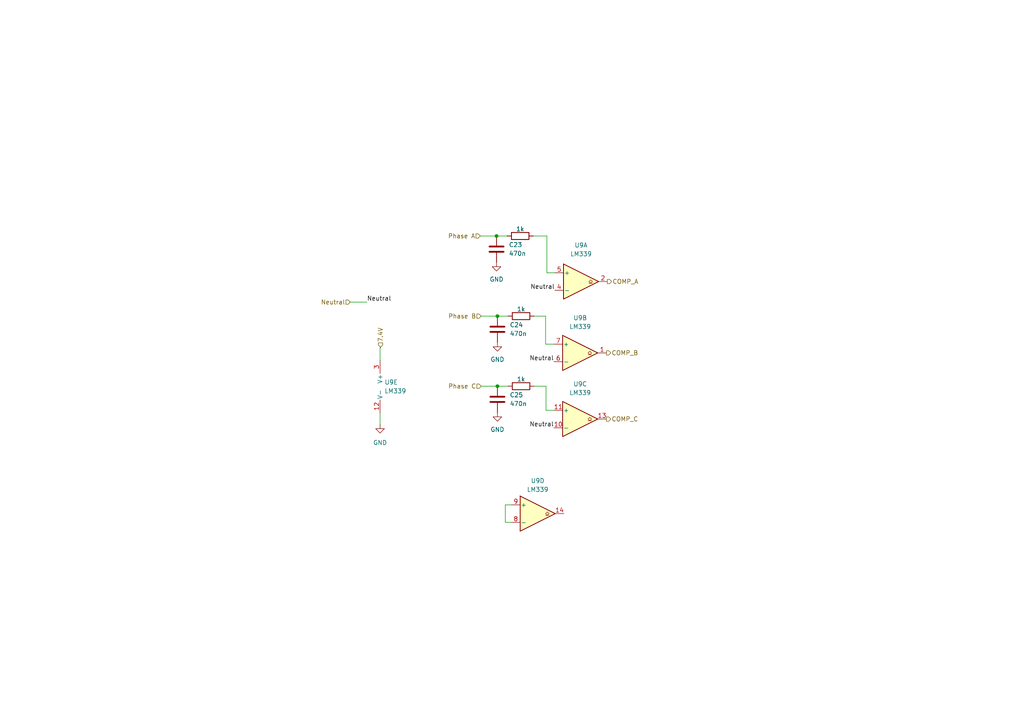
<source format=kicad_sch>
(kicad_sch (version 20230121) (generator eeschema)
  (paper "A4")
  (lib_symbols
    (symbol "Comparator:LM339" (pin_names (offset 0.127))
      (property "Reference" "U" (at 0 5.08 0))
      (property "Value" "LM339" (at 0 -5.08 0))
      (symbol "LM339_1_1"
        (polyline (pts (xy -5.08 5.08) (xy 5.08 0) (xy -5.08 -5.08) (xy -5.08 5.08)) (stroke (width 0.254)) (fill (type background)))
        (polyline (pts (xy 3.302 -0.508) (xy 2.794 -0.508) (xy 3.302 0) (xy 2.794 0.508) (xy 2.286 0) (xy 2.794 -0.508) (xy 2.286 -0.508)) (stroke (width 0.127)))
        (pin open_collector line (at 7.62 0 180) (length 2.54) (name "~") (number "2"))
        (pin input line (at -7.62 -2.54 0) (length 2.54) (name "-") (number "4"))
        (pin input line (at -7.62 2.54 0) (length 2.54) (name "+") (number "5"))
      )
      (symbol "LM339_2_1"
        (polyline (pts (xy -5.08 5.08) (xy 5.08 0) (xy -5.08 -5.08) (xy -5.08 5.08)) (stroke (width 0.254)) (fill (type background)))
        (polyline (pts (xy 3.302 -0.508) (xy 2.794 -0.508) (xy 3.302 0) (xy 2.794 0.508) (xy 2.286 0) (xy 2.794 -0.508) (xy 2.286 -0.508)) (stroke (width 0.127)))
        (pin open_collector line (at 7.62 0 180) (length 2.54) (name "~") (number "1"))
        (pin input line (at -7.62 -2.54 0) (length 2.54) (name "-") (number "6"))
        (pin input line (at -7.62 2.54 0) (length 2.54) (name "+") (number "7"))
      )
      (symbol "LM339_3_1"
        (polyline (pts (xy -5.08 5.08) (xy 5.08 0) (xy -5.08 -5.08) (xy -5.08 5.08)) (stroke (width 0.254)) (fill (type background)))
        (polyline (pts (xy 3.302 -0.508) (xy 2.794 -0.508) (xy 3.302 0) (xy 2.794 0.508) (xy 2.286 0) (xy 2.794 -0.508) (xy 2.286 -0.508)) (stroke (width 0.127)))
        (pin input line (at -7.62 -2.54 0) (length 2.54) (name "-") (number "10"))
        (pin input line (at -7.62 2.54 0) (length 2.54) (name "+") (number "11"))
        (pin open_collector line (at 7.62 0 180) (length 2.54) (name "~") (number "13"))
      )
      (symbol "LM339_4_1"
        (polyline (pts (xy -5.08 5.08) (xy 5.08 0) (xy -5.08 -5.08) (xy -5.08 5.08)) (stroke (width 0.254)) (fill (type background)))
        (polyline (pts (xy 3.302 -0.508) (xy 2.794 -0.508) (xy 3.302 0) (xy 2.794 0.508) (xy 2.286 0) (xy 2.794 -0.508) (xy 2.286 -0.508)) (stroke (width 0.127)))
        (pin open_collector line (at 7.62 0 180) (length 2.54) (name "~") (number "14"))
        (pin input line (at -7.62 -2.54 0) (length 2.54) (name "-") (number "8"))
        (pin input line (at -7.62 2.54 0) (length 2.54) (name "+") (number "9"))
      )
      (symbol "LM339_5_1"
        (pin power_in line (at -2.54 -7.62 90) (length 3.81) (name "V-") (number "12"))
        (pin power_in line (at -2.54 7.62 270) (length 3.81) (name "V+") (number "3"))
      )
    )
    (symbol "Device:C" (pin_numbers hide) (pin_names (offset 0.254))
      (property "Reference" "C" (at 0.635 2.54 0))
      (property "Value" "C" (at 0.635 -2.54 0))
      (symbol "C_0_1"
        (polyline (pts (xy -2.032 -0.762) (xy 2.032 -0.762)) (stroke (width 0.508)))
        (polyline (pts (xy -2.032 0.762) (xy 2.032 0.762)) (stroke (width 0.508)))
      )
      (symbol "C_1_1"
        (pin passive line (at 0 3.81 270) (length 2.794) (name "~") (number "1"))
        (pin passive line (at 0 -3.81 90) (length 2.794) (name "~") (number "2"))
      )
    )
    (symbol "Device:R" (pin_numbers hide) (pin_names (offset 0))
      (property "Reference" "R" (at 2.032 0 90))
      (property "Value" "R" (at 0 0 90))
      (symbol "R_0_1"
        (rectangle (start -1.016 -2.54) (end 1.016 2.54) (stroke (width 0.254)))
      )
      (symbol "R_1_1"
        (pin passive line (at 0 3.81 270) (length 1.27) (name "~") (number "1"))
        (pin passive line (at 0 -3.81 90) (length 1.27) (name "~") (number "2"))
      )
    )
    (symbol "power:GND" (power) (pin_names (offset 0))
      (property "Value" "GND" (at 0 -3.81 0))
      (symbol "GND_0_1"
        (polyline (pts (xy 0 0) (xy 0 -1.27) (xy 1.27 -1.27) (xy 0 -2.54) (xy -1.27 -1.27) (xy 0 -1.27)))
      )
      (symbol "GND_1_1"
        (pin power_in line (at 0 0 270) (length 0) hide (name "GND") (number "1"))
      )
    )
  )
  (junction (at 144.272 112.014))
  (junction (at 144.018 68.453))
  (junction (at 144.272 91.694))
  (wire (pts (xy 154.94 91.694) (xy 158.242 91.694)))
  (wire (pts (xy 158.623 79.121) (xy 160.909 79.121)))
  (wire (pts (xy 158.369 118.999) (xy 160.655 118.999)))
  (wire (pts (xy 154.94 112.014) (xy 158.369 112.014)))
  (wire (pts (xy 158.623 68.453) (xy 158.623 79.121)))
  (wire (pts (xy 144.272 112.014) (xy 147.32 112.014)))
  (wire (pts (xy 154.686 68.453) (xy 158.623 68.453)))
  (wire (pts (xy 110.236 123.063) (xy 110.236 119.761)))
  (wire (pts (xy 110.363 100.838) (xy 110.363 100.711)))
  (wire (pts (xy 101.6 87.63) (xy 106.426 87.63)))
  (wire (pts (xy 110.236 100.838) (xy 110.236 104.521)))
  (wire (pts (xy 158.242 91.694) (xy 158.242 99.822)))
  (wire (pts (xy 146.558 151.511) (xy 148.336 151.511)))
  (wire (pts (xy 146.558 146.431) (xy 146.558 151.511)))
  (wire (pts (xy 144.272 91.694) (xy 147.32 91.694)))
  (wire (pts (xy 158.242 99.822) (xy 160.655 99.822)))
  (wire (pts (xy 148.336 146.431) (xy 146.558 146.431)))
  (wire (pts (xy 139.573 112.014) (xy 144.272 112.014)))
  (wire (pts (xy 139.319 68.453) (xy 144.018 68.453)))
  (wire (pts (xy 110.363 100.838) (xy 110.236 100.838)))
  (wire (pts (xy 139.573 91.694) (xy 144.272 91.694)))
  (wire (pts (xy 158.369 112.014) (xy 158.369 118.999)))
  (wire (pts (xy 144.018 68.453) (xy 147.066 68.453)))
  (label "Neutral" (at 106.426 87.63 0))
  (label "Neutral" (at 160.909 84.201 180))
  (label "Neutral" (at 160.655 104.902 180))
  (label "Neutral" (at 160.655 124.079 180))
  (hierarchical_label "COMP_A" (shape output) (at 176.149 81.661 0))
  (hierarchical_label "Phase A" (shape input) (at 139.319 68.453 180))
  (hierarchical_label "Phase B" (shape input) (at 139.573 91.694 180))
  (hierarchical_label "Neutral" (shape input) (at 101.6 87.63 180))
  (hierarchical_label "COMP_B" (shape output) (at 175.895 102.362 0))
  (hierarchical_label "Phase C" (shape input) (at 139.573 112.014 180))
  (hierarchical_label "COMP_C" (shape output) (at 175.895 121.539 0))
  (hierarchical_label "7.4V" (shape input) (at 110.363 100.711 90))
  (symbol (lib_id "Comparator:LM339") (at 168.529 81.661 0) (unit 1)
    (property "Reference" "U9" (at 168.529 71.12 0))
    (property "Value" "LM339" (at 168.529 73.66 0))
    (property "Datasheet" "https://www.st.com/resource/en/datasheet/lm139.pdf" (effects hide))
  )
  (symbol (lib_id "power:GND") (at 144.272 119.634 0) (unit 1)
    (property "Reference" "#PWR041" (effects hide))
    (property "Value" "GND" (at 144.272 124.587 0))
  )
  (symbol (lib_id "Device:R") (at 151.13 112.014 270) (unit 1)
    (property "Reference" "R49" (effects hide))
    (property "Value" "1k" (at 151.13 109.982 90))
  )
  (symbol (lib_id "power:GND") (at 144.018 76.073 0) (unit 1)
    (property "Reference" "#PWR039" (effects hide))
    (property "Value" "GND" (at 144.018 81.026 0))
  )
  (symbol (lib_id "Comparator:LM339") (at 155.956 148.971 0) (unit 4)
    (property "Reference" "U9" (at 155.956 139.446 0))
    (property "Value" "LM339" (at 155.956 141.986 0))
    (property "Datasheet" "https://www.st.com/resource/en/datasheet/lm139.pdf" (effects hide))
  )
  (symbol (lib_id "power:GND") (at 110.236 123.063 0) (unit 1)
    (property "Reference" "#PWR038" (effects hide))
    (property "Value" "GND" (at 110.236 128.397 0))
  )
  (symbol (lib_id "Device:C") (at 144.018 72.263 0) (unit 1)
    (property "Reference" "C23" (at 147.574 70.993 0) (effects (justify left)))
    (property "Value" "470n" (at 147.574 73.533 0) (effects (justify left)))
  )
  (symbol (lib_id "Device:C") (at 144.272 95.504 0) (unit 1)
    (property "Reference" "C24" (at 147.828 94.234 0) (effects (justify left)))
    (property "Value" "470n" (at 147.828 96.774 0) (effects (justify left)))
  )
  (symbol (lib_id "Device:R") (at 150.876 68.453 270) (unit 1)
    (property "Reference" "R47" (effects hide))
    (property "Value" "1k" (at 150.876 66.421 90))
  )
  (symbol (lib_id "Comparator:LM339") (at 168.275 102.362 0) (unit 2)
    (property "Reference" "U9" (at 168.275 92.202 0))
    (property "Value" "LM339" (at 168.275 94.742 0))
    (property "Datasheet" "https://www.st.com/resource/en/datasheet/lm139.pdf" (effects hide))
  )
  (symbol (lib_id "Comparator:LM339") (at 112.776 112.141 0) (unit 5)
    (property "Reference" "U9" (at 111.506 110.871 0) (effects (justify left)))
    (property "Value" "LM339" (at 111.506 113.411 0) (effects (justify left)))
    (property "Datasheet" "https://www.st.com/resource/en/datasheet/lm139.pdf" (effects hide))
  )
  (symbol (lib_id "Device:R") (at 151.13 91.694 270) (unit 1)
    (property "Reference" "R48" (effects hide))
    (property "Value" "1k" (at 151.13 89.662 90))
  )
  (symbol (lib_id "power:GND") (at 144.272 99.314 0) (unit 1)
    (property "Reference" "#PWR040" (effects hide))
    (property "Value" "GND" (at 144.272 104.267 0))
  )
  (symbol (lib_id "Device:C") (at 144.272 115.824 0) (unit 1)
    (property "Reference" "C25" (at 147.828 114.554 0) (effects (justify left)))
    (property "Value" "470n" (at 147.828 117.094 0) (effects (justify left)))
  )
  (symbol (lib_id "Comparator:LM339") (at 168.275 121.539 0) (unit 3)
    (property "Reference" "U9" (at 168.275 111.379 0))
    (property "Value" "LM339" (at 168.275 113.919 0))
    (property "Datasheet" "https://www.st.com/resource/en/datasheet/lm139.pdf" (effects hide))
  )
)
</source>
